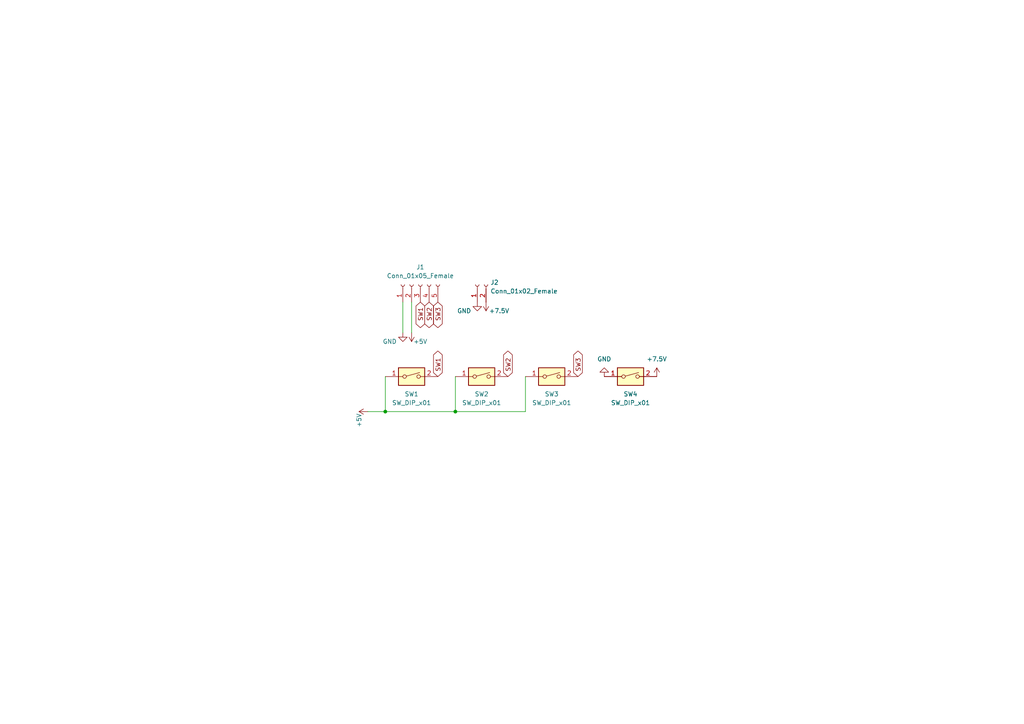
<source format=kicad_sch>
(kicad_sch (version 20211123) (generator eeschema)
  (paper "A4")
  (lib_symbols
    (symbol "Connector:Conn_01x02_Female" (pin_names (offset 1.016) hide)
      (property "Reference" "J" (at 0 2.54 0))
      (property "Value" "Conn_01x02_Female" (at 0 -5.08 0))
      (symbol "Conn_01x02_Female_1_1"
        (arc (start 0 -2.032) (mid -0.508 -2.54) (end 0 -3.048) (stroke (width 0.1524)))
        (polyline (pts (xy -1.27 -2.54) (xy -0.508 -2.54)) (stroke (width 0.1524)))
        (polyline (pts (xy -1.27 0) (xy -0.508 0)) (stroke (width 0.1524)))
        (arc (start 0 0.508) (mid -0.508 0) (end 0 -0.508) (stroke (width 0.1524)))
        (pin passive line (at -5.08 0 0) (length 3.81) (name "Pin_1") (number "1"))
        (pin passive line (at -5.08 -2.54 0) (length 3.81) (name "Pin_2") (number "2"))
      )
    )
    (symbol "Connector:Conn_01x05_Female" (pin_names (offset 1.016) hide)
      (property "Reference" "J" (at 0 7.62 0))
      (property "Value" "Conn_01x05_Female" (at 0 -7.62 0))
      (symbol "Conn_01x05_Female_1_1"
        (arc (start 0 -4.572) (mid -0.508 -5.08) (end 0 -5.588) (stroke (width 0.1524)))
        (arc (start 0 -2.032) (mid -0.508 -2.54) (end 0 -3.048) (stroke (width 0.1524)))
        (polyline (pts (xy -1.27 -5.08) (xy -0.508 -5.08)) (stroke (width 0.1524)))
        (polyline (pts (xy -1.27 -2.54) (xy -0.508 -2.54)) (stroke (width 0.1524)))
        (polyline (pts (xy -1.27 0) (xy -0.508 0)) (stroke (width 0.1524)))
        (polyline (pts (xy -1.27 2.54) (xy -0.508 2.54)) (stroke (width 0.1524)))
        (polyline (pts (xy -1.27 5.08) (xy -0.508 5.08)) (stroke (width 0.1524)))
        (arc (start 0 0.508) (mid -0.508 0) (end 0 -0.508) (stroke (width 0.1524)))
        (arc (start 0 3.048) (mid -0.508 2.54) (end 0 2.032) (stroke (width 0.1524)))
        (arc (start 0 5.588) (mid -0.508 5.08) (end 0 4.572) (stroke (width 0.1524)))
        (pin passive line (at -5.08 5.08 0) (length 3.81) (name "Pin_1") (number "1"))
        (pin passive line (at -5.08 2.54 0) (length 3.81) (name "Pin_2") (number "2"))
        (pin passive line (at -5.08 0 0) (length 3.81) (name "Pin_3") (number "3"))
        (pin passive line (at -5.08 -2.54 0) (length 3.81) (name "Pin_4") (number "4"))
        (pin passive line (at -5.08 -5.08 0) (length 3.81) (name "Pin_5") (number "5"))
      )
    )
    (symbol "Switch:SW_DIP_x01" (pin_names (offset 0) hide)
      (property "Reference" "SW" (at 0 3.81 0))
      (property "Value" "SW_DIP_x01" (at 0 -3.81 0))
      (symbol "SW_DIP_x01_0_0"
        (circle (center -2.032 0) (radius 0.508))
        (polyline (pts (xy -1.524 0.127) (xy 2.3622 1.1684)))
        (circle (center 2.032 0) (radius 0.508))
      )
      (symbol "SW_DIP_x01_0_1"
        (rectangle (start -3.81 2.54) (end 3.81 -2.54) (stroke (width 0.254)) (fill (type background)))
      )
      (symbol "SW_DIP_x01_1_1"
        (pin passive line (at -7.62 0 0) (length 5.08) (name "~") (number "1"))
        (pin passive line (at 7.62 0 180) (length 5.08) (name "~") (number "2"))
      )
    )
    (symbol "power:+5V" (power) (pin_names (offset 0))
      (property "Value" "+5V" (at 0 3.556 0))
      (symbol "+5V_0_1"
        (polyline (pts (xy -0.762 1.27) (xy 0 2.54)))
        (polyline (pts (xy 0 0) (xy 0 2.54)))
        (polyline (pts (xy 0 2.54) (xy 0.762 1.27)))
      )
      (symbol "+5V_1_1"
        (pin power_in line (at 0 0 90) (length 0) hide (name "+5V") (number "1"))
      )
    )
    (symbol "power:+7.5V" (power) (pin_names (offset 0))
      (property "Value" "+7.5V" (at 0 3.556 0))
      (symbol "+7.5V_0_1"
        (polyline (pts (xy -0.762 1.27) (xy 0 2.54)))
        (polyline (pts (xy 0 0) (xy 0 2.54)))
        (polyline (pts (xy 0 2.54) (xy 0.762 1.27)))
      )
      (symbol "+7.5V_1_1"
        (pin power_in line (at 0 0 90) (length 0) hide (name "+7.5V") (number "1"))
      )
    )
    (symbol "power:GND" (power) (pin_names (offset 0))
      (property "Value" "GND" (at 0 -3.81 0))
      (symbol "GND_0_1"
        (polyline (pts (xy 0 0) (xy 0 -1.27) (xy 1.27 -1.27) (xy 0 -2.54) (xy -1.27 -1.27) (xy 0 -1.27)))
      )
      (symbol "GND_1_1"
        (pin power_in line (at 0 0 270) (length 0) hide (name "GND") (number "1"))
      )
    )
  )
  (junction (at 111.76 119.38))
  (junction (at 132.08 119.38))
  (wire (pts (xy 116.84 96.52) (xy 116.84 87.63)))
  (wire (pts (xy 132.08 109.22) (xy 132.08 119.38)))
  (wire (pts (xy 152.4 109.22) (xy 152.4 119.38)))
  (wire (pts (xy 152.4 119.38) (xy 132.08 119.38)))
  (wire (pts (xy 119.38 96.52) (xy 119.38 87.63)))
  (wire (pts (xy 111.76 109.22) (xy 111.76 119.38)))
  (wire (pts (xy 111.76 119.38) (xy 106.68 119.38)))
  (wire (pts (xy 132.08 119.38) (xy 111.76 119.38)))
  (global_label "SW3" (shape bidirectional) (at 127 87.63 270) (property "Intersheet References" "${INTERSHEET_REFS}" (effects hide)))
  (global_label "SW1" (shape bidirectional) (at 121.92 87.63 270) (property "Intersheet References" "${INTERSHEET_REFS}" (effects hide)))
  (global_label "SW2" (shape bidirectional) (at 147.32 109.22 90) (property "Intersheet References" "${INTERSHEET_REFS}" (effects hide)))
  (global_label "SW1" (shape bidirectional) (at 127 109.22 90) (property "Intersheet References" "${INTERSHEET_REFS}" (effects hide)))
  (global_label "SW2" (shape bidirectional) (at 124.46 87.63 270) (property "Intersheet References" "${INTERSHEET_REFS}" (effects hide)))
  (global_label "SW3" (shape bidirectional) (at 167.64 109.22 90) (property "Intersheet References" "${INTERSHEET_REFS}" (effects hide)))
  (symbol (lib_id "power:GND") (at 138.43 87.63 0) (unit 1)
    (property "Reference" "#PWR04" (effects hide))
    (property "Value" "GND" (at 134.62 90.17 0))
  )
  (symbol (lib_id "Switch:SW_DIP_x01") (at 139.7 109.22 0) (unit 1)
    (property "Reference" "SW2" (at 139.7 114.3 0))
    (property "Value" "SW_DIP_x01" (at 139.7 116.84 0))
    (property "Footprint" "Button_Switch_THT:SW_PUSH_6mm_H5mm" (effects hide))
  )
  (symbol (lib_id "power:+5V") (at 106.68 119.38 90) (unit 1)
    (property "Reference" "#PWR01" (effects hide))
    (property "Value" "+5V" (at 104.14 121.92 0))
  )
  (symbol (lib_id "Switch:SW_DIP_x01") (at 182.88 109.22 0) (unit 1)
    (property "Reference" "SW4" (at 182.88 114.3 0))
    (property "Value" "SW_DIP_x01" (at 182.88 116.84 0))
    (property "Footprint" "Lib:DS-850k" (effects hide))
  )
  (symbol (lib_id "power:+7.5V") (at 140.97 87.63 180) (unit 1)
    (property "Reference" "#PWR05" (effects hide))
    (property "Value" "+7.5V" (at 144.78 90.17 0))
  )
  (symbol (lib_id "power:GND") (at 116.84 96.52 0) (unit 1)
    (property "Reference" "#PWR02" (effects hide))
    (property "Value" "GND" (at 113.03 99.06 0))
  )
  (symbol (lib_id "Switch:SW_DIP_x01") (at 119.38 109.22 0) (unit 1)
    (property "Reference" "SW1" (at 119.38 114.3 0))
    (property "Value" "SW_DIP_x01" (at 119.38 116.84 0))
    (property "Footprint" "Button_Switch_THT:SW_PUSH_6mm_H5mm" (effects hide))
  )
  (symbol (lib_id "Switch:SW_DIP_x01") (at 160.02 109.22 0) (unit 1)
    (property "Reference" "SW3" (at 160.02 114.3 0))
    (property "Value" "SW_DIP_x01" (at 160.02 116.84 0))
    (property "Footprint" "Button_Switch_THT:SW_PUSH_6mm_H5mm" (effects hide))
  )
  (symbol (lib_id "Connector:Conn_01x05_Female") (at 121.92 82.55 90) (unit 1)
    (property "Reference" "J1" (at 121.92 77.47 90))
    (property "Value" "Conn_01x05_Female" (at 121.92 80.01 90))
    (property "Footprint" "Connector_JST:JST_XH_B5B-XH-A_1x05_P2.50mm_Vertical" (effects hide))
  )
  (symbol (lib_id "power:+5V") (at 119.38 96.52 180) (unit 1)
    (property "Reference" "#PWR03" (effects hide))
    (property "Value" "+5V" (at 121.92 99.06 0))
  )
  (symbol (lib_id "power:+7.5V") (at 190.5 109.22 0) (unit 1)
    (property "Reference" "#PWR07" (effects hide))
    (property "Value" "+7.5V" (at 190.5 104.14 0))
  )
  (symbol (lib_id "Connector:Conn_01x02_Female") (at 138.43 82.55 90) (unit 1)
    (property "Reference" "J2" (at 142.24 81.9149 90) (effects (justify right)))
    (property "Value" "Conn_01x02_Female" (at 142.24 84.4549 90) (effects (justify right)))
    (property "Footprint" "Connector_JST:JST_XH_B2B-XH-A_1x02_P2.50mm_Vertical" (effects hide))
  )
  (symbol (lib_id "power:GND") (at 175.26 109.22 180) (unit 1)
    (property "Reference" "#PWR06" (effects hide))
    (property "Value" "GND" (at 175.26 104.14 0))
  )
)
</source>
